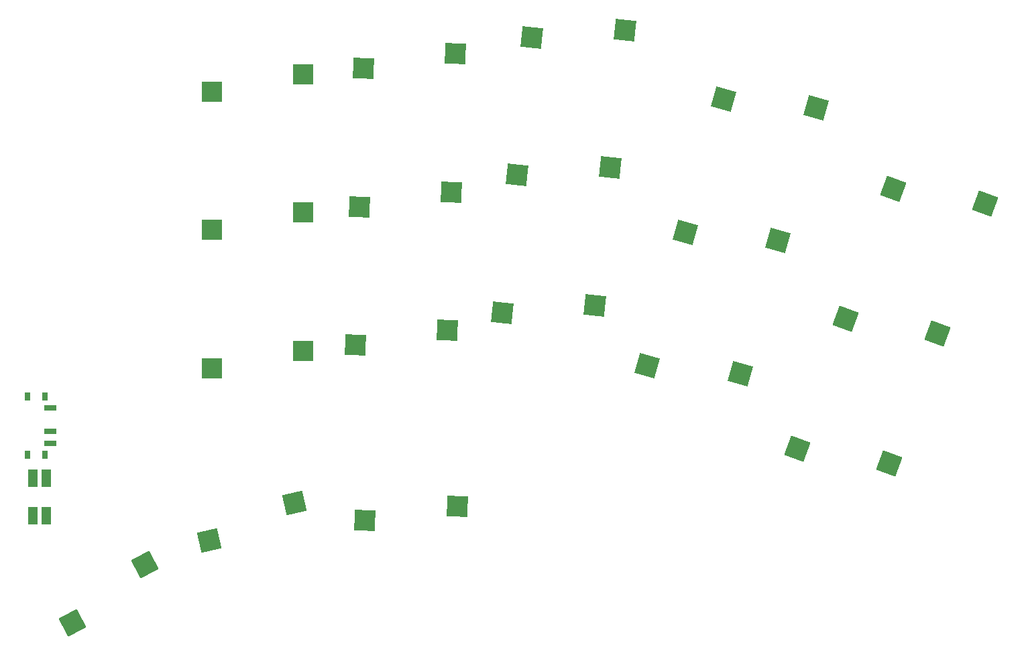
<source format=gbr>
%TF.GenerationSoftware,KiCad,Pcbnew,8.0.4*%
%TF.CreationDate,2024-07-27T19:19:30+05:00*%
%TF.ProjectId,BUBA_v1,42554241-5f76-4312-9e6b-696361645f70,v1.0.0*%
%TF.SameCoordinates,Original*%
%TF.FileFunction,Paste,Top*%
%TF.FilePolarity,Positive*%
%FSLAX46Y46*%
G04 Gerber Fmt 4.6, Leading zero omitted, Abs format (unit mm)*
G04 Created by KiCad (PCBNEW 8.0.4) date 2024-07-27 19:19:30*
%MOMM*%
%LPD*%
G01*
G04 APERTURE LIST*
G04 Aperture macros list*
%AMRotRect*
0 Rectangle, with rotation*
0 The origin of the aperture is its center*
0 $1 length*
0 $2 width*
0 $3 Rotation angle, in degrees counterclockwise*
0 Add horizontal line*
21,1,$1,$2,0,0,$3*%
G04 Aperture macros list end*
%ADD10RotRect,2.600000X2.600000X344.100000*%
%ADD11RotRect,2.600000X2.600000X358.300000*%
%ADD12R,1.200000X2.250000*%
%ADD13RotRect,2.600000X2.600000X28.000000*%
%ADD14R,2.600000X2.600000*%
%ADD15RotRect,2.600000X2.600000X358.000000*%
%ADD16R,0.800000X1.000000*%
%ADD17R,1.500000X0.700000*%
%ADD18RotRect,2.600000X2.600000X13.000000*%
%ADD19RotRect,2.600000X2.600000X353.800000*%
%ADD20RotRect,2.600000X2.600000X339.800000*%
G04 APERTURE END LIST*
D10*
%TO.C,S11*%
X167611992Y-79546838D03*
X155901170Y-78498440D03*
%TD*%
D11*
%TO.C,S5*%
X126350927Y-73390720D03*
X114740745Y-75247107D03*
%TD*%
D12*
%TO.C,RST1*%
X73481695Y-114308242D03*
X73481695Y-109558242D03*
X75181694Y-114308241D03*
X75181694Y-109558243D03*
%TD*%
D13*
%TO.C,S17*%
X87653949Y-120501257D03*
X78488741Y-127866140D03*
%TD*%
D11*
%TO.C,S6*%
X126870083Y-55898423D03*
X115259901Y-57754810D03*
%TD*%
D14*
%TO.C,S1*%
X107656697Y-93483241D03*
X96106697Y-95683242D03*
%TD*%
D15*
%TO.C,S18*%
X127088004Y-113137049D03*
X115468261Y-114932619D03*
%TD*%
D14*
%TO.C,S3*%
X107656694Y-58483241D03*
X96106694Y-60683242D03*
%TD*%
D16*
%TO.C,*%
X75061697Y-99283242D03*
X72851697Y-99283242D03*
X75061697Y-106583242D03*
X72851697Y-106583242D03*
D17*
X75711697Y-100683242D03*
X75711697Y-103683242D03*
X75711697Y-105183242D03*
%TD*%
D18*
%TO.C,S16*%
X106534299Y-112699024D03*
X95775216Y-117440823D03*
%TD*%
D19*
%TO.C,S7*%
X144490836Y-87710457D03*
X132770794Y-88650197D03*
%TD*%
D20*
%TO.C,S13*%
X181663478Y-107737200D03*
X170064227Y-105813690D03*
%TD*%
D19*
%TO.C,S8*%
X146380824Y-70312815D03*
X134660782Y-71252555D03*
%TD*%
D20*
%TO.C,S14*%
X187706195Y-91313575D03*
X176106944Y-89390065D03*
%TD*%
D10*
%TO.C,S12*%
X172406277Y-62716364D03*
X160695455Y-61667966D03*
%TD*%
D19*
%TO.C,S9*%
X148270810Y-52915176D03*
X136550768Y-53854916D03*
%TD*%
D20*
%TO.C,S15*%
X193748914Y-74889946D03*
X182149663Y-72966436D03*
%TD*%
D11*
%TO.C,S4*%
X125831765Y-90883017D03*
X114221583Y-92739404D03*
%TD*%
D10*
%TO.C,S10*%
X162817704Y-96377307D03*
X151106882Y-95328909D03*
%TD*%
D14*
%TO.C,S2*%
X107656696Y-75983242D03*
X96106696Y-78183243D03*
%TD*%
M02*

</source>
